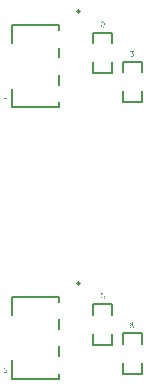
<source format=gbo>
G04*
G04 #@! TF.GenerationSoftware,Altium Limited,Altium Designer,21.3.2 (30)*
G04*
G04 Layer_Color=32896*
%FSTAX24Y24*%
%MOIN*%
G70*
G04*
G04 #@! TF.SameCoordinates,B3087990-D193-403A-B466-816C1580CACB*
G04*
G04*
G04 #@! TF.FilePolarity,Positive*
G04*
G01*
G75*
%ADD28C,0.0059*%
%ADD32C,0.0060*%
G36*
X052244Y03931D02*
X052242D01*
X052241Y03931D01*
X052239Y03931D01*
X052238Y039311D01*
X052236Y039311D01*
X052234Y039312D01*
X052234D01*
X052233Y039312D01*
X052232Y039312D01*
X052231Y039313D01*
X052228Y039314D01*
X052226Y039316D01*
X052223Y039317D01*
X05222Y039319D01*
X052217Y039322D01*
X052217D01*
X052217Y039322D01*
X052216Y039323D01*
X052214Y039325D01*
X052212Y039327D01*
X052209Y03933D01*
X052206Y039333D01*
X052202Y039338D01*
X052198Y039342D01*
X052198Y039342D01*
X052197Y039343D01*
X052196Y039344D01*
X052195Y039346D01*
X052194Y039347D01*
X052192Y039349D01*
X05219Y039351D01*
X052188Y039354D01*
X052184Y039358D01*
X05218Y039363D01*
X052178Y039365D01*
X052175Y039367D01*
X052173Y039369D01*
X052171Y03937D01*
X052171D01*
X052171Y03937D01*
X05217Y039371D01*
X05217Y039371D01*
X052168Y039372D01*
X052165Y039374D01*
X052162Y039375D01*
X052159Y039376D01*
X052156Y039377D01*
X052153Y039378D01*
X052152D01*
X052151Y039377D01*
X052149Y039377D01*
X052147Y039377D01*
X052145Y039376D01*
X052142Y039375D01*
X05214Y039373D01*
X052137Y039371D01*
X052137Y03937D01*
X052136Y03937D01*
X052135Y039368D01*
X052134Y039366D01*
X052133Y039364D01*
X052132Y039361D01*
X052131Y039357D01*
X052131Y039354D01*
Y039352D01*
X052131Y039352D01*
X052131Y03935D01*
X052132Y039347D01*
X052132Y039344D01*
X052134Y039341D01*
X052135Y039338D01*
X052137Y039335D01*
X052138Y039335D01*
X052139Y039334D01*
X05214Y039333D01*
X052142Y039332D01*
X052145Y039331D01*
X052148Y03933D01*
X052152Y039329D01*
X052156Y039329D01*
X052154Y039313D01*
X052154D01*
X052154Y039313D01*
X052153D01*
X052151Y039313D01*
X05215Y039314D01*
X052148Y039314D01*
X052146Y039315D01*
X052144Y039315D01*
X05214Y039317D01*
X052136Y039319D01*
X052133Y03932D01*
X052131Y039322D01*
X052129Y039323D01*
X052127Y039325D01*
X052127Y039325D01*
X052127Y039326D01*
X052127Y039326D01*
X052126Y039327D01*
X052125Y039328D01*
X052125Y039329D01*
X052124Y039331D01*
X052123Y039333D01*
X052122Y039335D01*
X052121Y039337D01*
X05212Y039339D01*
X052119Y039342D01*
X052119Y039345D01*
X052118Y039348D01*
X052118Y039351D01*
X052118Y039354D01*
Y039356D01*
X052118Y039357D01*
X052118Y039358D01*
X052119Y03936D01*
X052119Y039362D01*
X052119Y039364D01*
X052121Y039369D01*
X052122Y039374D01*
X052123Y039376D01*
X052125Y039378D01*
X052126Y039381D01*
X052128Y039383D01*
X052128Y039383D01*
X052129Y039383D01*
X052129Y039384D01*
X05213Y039384D01*
X052131Y039385D01*
X052132Y039386D01*
X052133Y039387D01*
X052135Y039388D01*
X052139Y03939D01*
X052143Y039392D01*
X052145Y039392D01*
X052148Y039393D01*
X05215Y039393D01*
X052153Y039393D01*
X052154D01*
X052156Y039393D01*
X052158Y039393D01*
X05216Y039393D01*
X052162Y039392D01*
X052165Y039391D01*
X052168Y03939D01*
X052168Y03939D01*
X052169Y03939D01*
X052171Y039389D01*
X052173Y039388D01*
X052175Y039386D01*
X052178Y039384D01*
X05218Y039382D01*
X052183Y03938D01*
X052184Y039379D01*
X052185Y039378D01*
X052186Y039378D01*
X052187Y039377D01*
X052188Y039376D01*
X052189Y039374D01*
X052191Y039373D01*
X052192Y039371D01*
X052194Y039369D01*
X052196Y039367D01*
X052198Y039364D01*
X0522Y039362D01*
X052203Y039359D01*
X052205Y039356D01*
X052206Y039356D01*
X052206Y039356D01*
X052206Y039355D01*
X052207Y039354D01*
X052208Y039353D01*
X052209Y039352D01*
X052212Y039349D01*
X052214Y039346D01*
X052217Y039343D01*
X05222Y03934D01*
X05222Y039339D01*
X052221Y039338D01*
X052222Y039338D01*
X052222Y039337D01*
X052223Y039337D01*
X052224Y039336D01*
X052225Y039335D01*
X052226Y039334D01*
X05223Y039331D01*
Y039394D01*
X052244D01*
Y03931D01*
D02*
G37*
G36*
X052206Y039298D02*
X052207Y039297D01*
X052208Y039297D01*
X05221Y039296D01*
X052212Y039296D01*
X052214Y039295D01*
X052216Y039294D01*
X052221Y039291D01*
X052226Y039288D01*
X052229Y039286D01*
X052232Y039284D01*
X052234Y039282D01*
X052236Y039279D01*
X052236Y039279D01*
X052236Y039279D01*
X052237Y039278D01*
X052238Y039277D01*
X052238Y039275D01*
X052239Y039274D01*
X05224Y039272D01*
X052241Y03927D01*
X052242Y039267D01*
X052243Y039265D01*
X052244Y039262D01*
X052245Y039259D01*
X052246Y039256D01*
X052246Y039253D01*
X052246Y039249D01*
X052247Y039246D01*
Y039244D01*
X052246Y039242D01*
Y039241D01*
X052246Y039239D01*
X052246Y039236D01*
X052246Y039234D01*
X052245Y039229D01*
X052243Y039223D01*
X052241Y039218D01*
X05224Y039215D01*
X052238Y039213D01*
X052238Y039212D01*
X052238Y039212D01*
X052238Y039211D01*
X052237Y039211D01*
X052236Y03921D01*
X052235Y039208D01*
X052234Y039207D01*
X052232Y039205D01*
X052231Y039204D01*
X052229Y039202D01*
X052225Y039199D01*
X05222Y039196D01*
X052214Y039193D01*
X052214D01*
X052214Y039193D01*
X052213Y039193D01*
X052212Y039192D01*
X05221Y039192D01*
X052208Y039191D01*
X052206Y03919D01*
X052204Y03919D01*
X052202Y039189D01*
X052199Y039189D01*
X052194Y039188D01*
X052187Y039187D01*
X052181Y039187D01*
X052179D01*
X052177Y039187D01*
X052175D01*
X052174Y039187D01*
X052171Y039187D01*
X052169Y039188D01*
X052164Y039188D01*
X052158Y03919D01*
X052152Y039192D01*
X052146Y039194D01*
X052146Y039194D01*
X052146Y039194D01*
X052145Y039195D01*
X052144Y039196D01*
X052143Y039196D01*
X052141Y039197D01*
X052138Y0392D01*
X052134Y039203D01*
X052131Y039206D01*
X052127Y03921D01*
X052124Y039215D01*
X052124Y039216D01*
X052124Y039216D01*
X052123Y039217D01*
X052123Y039218D01*
X052122Y039219D01*
X052122Y039221D01*
X052121Y039222D01*
X05212Y039224D01*
X052119Y039227D01*
X052119Y039229D01*
X052118Y039234D01*
X052117Y03924D01*
X052116Y039246D01*
Y039248D01*
X052117Y039249D01*
X052117Y039251D01*
X052117Y039253D01*
X052117Y039255D01*
X052118Y039257D01*
X052119Y039262D01*
X05212Y039267D01*
X052121Y03927D01*
X052123Y039273D01*
X052124Y039275D01*
X052126Y039278D01*
X052126Y039278D01*
X052126Y039278D01*
X052127Y039279D01*
X052128Y03928D01*
X052129Y039281D01*
X05213Y039282D01*
X052131Y039283D01*
X052133Y039285D01*
X052135Y039286D01*
X052137Y039288D01*
X052139Y039289D01*
X052141Y039291D01*
X052144Y039292D01*
X052147Y039294D01*
X05215Y039295D01*
X052153Y039296D01*
X052157Y039279D01*
X052157D01*
X052156Y039279D01*
X052156Y039279D01*
X052155Y039279D01*
X052154Y039278D01*
X052152Y039278D01*
X052149Y039276D01*
X052146Y039274D01*
X052143Y039272D01*
X05214Y039269D01*
X052137Y039267D01*
X052137Y039266D01*
X052136Y039265D01*
X052135Y039263D01*
X052134Y039261D01*
X052133Y039258D01*
X052131Y039254D01*
X052131Y03925D01*
X052131Y039246D01*
Y039244D01*
X052131Y039243D01*
Y039242D01*
X052131Y03924D01*
X052131Y039237D01*
X052132Y039233D01*
X052133Y039229D01*
X052135Y039225D01*
X052138Y039221D01*
Y039221D01*
X052138Y039221D01*
X052139Y03922D01*
X05214Y039218D01*
X052143Y039216D01*
X052145Y039214D01*
X052148Y039211D01*
X052152Y039209D01*
X052156Y039208D01*
X052157D01*
X052157Y039207D01*
X052157Y039207D01*
X052158Y039207D01*
X052159Y039207D01*
X052161Y039206D01*
X052164Y039206D01*
X052168Y039205D01*
X052172Y039204D01*
X052176Y039204D01*
X052181Y039204D01*
X052183D01*
X052185Y039204D01*
X052186D01*
X052188Y039204D01*
X05219Y039204D01*
X052194Y039205D01*
X052199Y039206D01*
X052204Y039207D01*
X052209Y039208D01*
X052209D01*
X052209Y039208D01*
X05221Y039209D01*
X052211Y039209D01*
X052213Y03921D01*
X052215Y039212D01*
X052218Y039214D01*
X052221Y039216D01*
X052224Y039219D01*
X052227Y039223D01*
Y039223D01*
X052227Y039223D01*
X052227Y039224D01*
X052228Y039225D01*
X052228Y039226D01*
X052228Y039227D01*
X05223Y039229D01*
X052231Y039232D01*
X052232Y039236D01*
X052232Y03924D01*
X052232Y039244D01*
Y039246D01*
X052232Y039247D01*
Y039248D01*
X052232Y039249D01*
X052231Y039253D01*
X05223Y039256D01*
X052229Y03926D01*
X052227Y039264D01*
X052226Y039266D01*
X052224Y039268D01*
X052224Y039268D01*
X052224Y039268D01*
X052224Y039269D01*
X052223Y03927D01*
X052222Y03927D01*
X052221Y039271D01*
X05222Y039272D01*
X052218Y039273D01*
X052217Y039274D01*
X052215Y039276D01*
X052213Y039277D01*
X052211Y039278D01*
X052209Y039279D01*
X052206Y03928D01*
X052203Y039281D01*
X0522Y039281D01*
X052205Y039298D01*
X052205D01*
X052206Y039298D01*
D02*
G37*
G36*
X053169Y038402D02*
X053199D01*
Y038387D01*
X053169D01*
Y038332D01*
X053155D01*
X053073Y03839D01*
Y038402D01*
X053155D01*
Y03842D01*
X053169D01*
Y038402D01*
D02*
G37*
G36*
X05316Y038323D02*
X053161Y038323D01*
X053163Y038322D01*
X053164Y038322D01*
X053166Y038321D01*
X053169Y03832D01*
X053171Y038319D01*
X053176Y038316D01*
X053181Y038313D01*
X053184Y038311D01*
X053186Y038309D01*
X053188Y038307D01*
X053191Y038304D01*
X053191Y038304D01*
X053191Y038304D01*
X053192Y038303D01*
X053192Y038302D01*
X053193Y0383D01*
X053194Y038299D01*
X053195Y038297D01*
X053196Y038295D01*
X053197Y038293D01*
X053198Y03829D01*
X053199Y038287D01*
X0532Y038284D01*
X0532Y038281D01*
X053201Y038278D01*
X053201Y038275D01*
X053201Y038271D01*
Y038269D01*
X053201Y038268D01*
Y038266D01*
X053201Y038264D01*
X053201Y038262D01*
X0532Y038259D01*
X053199Y038254D01*
X053198Y038248D01*
X053196Y038243D01*
X053195Y03824D01*
X053193Y038238D01*
X053193Y038238D01*
X053193Y038237D01*
X053192Y038237D01*
X053192Y038236D01*
X053191Y038235D01*
X05319Y038233D01*
X053188Y038232D01*
X053187Y038231D01*
X053185Y038229D01*
X053184Y038228D01*
X05318Y038224D01*
X053175Y038221D01*
X053169Y038218D01*
X053169D01*
X053168Y038218D01*
X053168Y038218D01*
X053166Y038217D01*
X053165Y038217D01*
X053163Y038216D01*
X053161Y038216D01*
X053159Y038215D01*
X053157Y038215D01*
X053154Y038214D01*
X053148Y038213D01*
X053142Y038212D01*
X053135Y038212D01*
X053133D01*
X053132Y038212D01*
X05313D01*
X053128Y038212D01*
X053126Y038212D01*
X053124Y038213D01*
X053118Y038214D01*
X053113Y038215D01*
X053107Y038217D01*
X053101Y038219D01*
X053101Y038219D01*
X0531Y03822D01*
X0531Y03822D01*
X053099Y038221D01*
X053097Y038221D01*
X053096Y038222D01*
X053093Y038225D01*
X053089Y038228D01*
X053085Y038231D01*
X053082Y038236D01*
X053079Y038241D01*
X053079Y038241D01*
X053078Y038241D01*
X053078Y038242D01*
X053077Y038243D01*
X053077Y038244D01*
X053076Y038246D01*
X053076Y038248D01*
X053075Y03825D01*
X053074Y038252D01*
X053073Y038254D01*
X053072Y038259D01*
X053071Y038265D01*
X053071Y038271D01*
Y038273D01*
X053071Y038274D01*
X053071Y038276D01*
X053072Y038278D01*
X053072Y03828D01*
X053072Y038282D01*
X053073Y038287D01*
X053075Y038293D01*
X053076Y038295D01*
X053077Y038298D01*
X053079Y0383D01*
X053081Y038303D01*
X053081Y038303D01*
X053081Y038304D01*
X053082Y038304D01*
X053083Y038305D01*
X053083Y038306D01*
X053085Y038307D01*
X053086Y038309D01*
X053088Y03831D01*
X053089Y038312D01*
X053092Y038313D01*
X053094Y038315D01*
X053096Y038316D01*
X053099Y038317D01*
X053102Y038319D01*
X053105Y03832D01*
X053108Y038321D01*
X053112Y038305D01*
X053111D01*
X053111Y038304D01*
X05311Y038304D01*
X053109Y038304D01*
X053108Y038303D01*
X053107Y038303D01*
X053104Y038301D01*
X053101Y0383D01*
X053097Y038297D01*
X053094Y038295D01*
X053092Y038292D01*
X053091Y038291D01*
X053091Y03829D01*
X05309Y038288D01*
X053088Y038286D01*
X053087Y038283D01*
X053086Y03828D01*
X053085Y038275D01*
X053085Y038271D01*
Y038269D01*
X053085Y038268D01*
Y038267D01*
X053086Y038266D01*
X053086Y038262D01*
X053087Y038258D01*
X053088Y038254D01*
X05309Y03825D01*
X053092Y038246D01*
Y038246D01*
X053093Y038246D01*
X053094Y038245D01*
X053095Y038243D01*
X053097Y038241D01*
X0531Y038239D01*
X053103Y038237D01*
X053107Y038235D01*
X053111Y038233D01*
X053111D01*
X053112Y038233D01*
X053112Y038232D01*
X053113Y038232D01*
X053114Y038232D01*
X053115Y038231D01*
X053119Y038231D01*
X053122Y03823D01*
X053126Y038229D01*
X053131Y038229D01*
X053135Y038229D01*
X053138D01*
X053139Y038229D01*
X053141D01*
X053143Y038229D01*
X053145Y038229D01*
X053149Y03823D01*
X053154Y038231D01*
X053159Y038232D01*
X053163Y038233D01*
X053164D01*
X053164Y038234D01*
X053164Y038234D01*
X053165Y038234D01*
X053168Y038235D01*
X05317Y038237D01*
X053173Y038239D01*
X053176Y038242D01*
X053179Y038245D01*
X053181Y038248D01*
Y038248D01*
X053182Y038249D01*
X053182Y038249D01*
X053182Y03825D01*
X053183Y038251D01*
X053183Y038252D01*
X053184Y038254D01*
X053185Y038258D01*
X053186Y038261D01*
X053187Y038265D01*
X053187Y03827D01*
Y038271D01*
X053187Y038272D01*
Y038273D01*
X053187Y038274D01*
X053186Y038278D01*
X053185Y038282D01*
X053184Y038285D01*
X053182Y038289D01*
X053181Y038291D01*
X053179Y038293D01*
X053179Y038293D01*
X053179Y038294D01*
X053178Y038294D01*
X053178Y038295D01*
X053177Y038296D01*
X053176Y038296D01*
X053175Y038298D01*
X053173Y038298D01*
X053172Y0383D01*
X05317Y038301D01*
X053168Y038302D01*
X053166Y038303D01*
X053163Y038304D01*
X053161Y038305D01*
X053158Y038306D01*
X053155Y038306D01*
X053159Y038323D01*
X05316D01*
X05316Y038323D01*
D02*
G37*
G36*
X048986Y036893D02*
X048887D01*
X048888Y036893D01*
X048888Y036892D01*
X048889Y036891D01*
X048891Y03689D01*
X048892Y036888D01*
X048894Y036885D01*
X048896Y036882D01*
X048898Y036879D01*
Y036879D01*
X048898Y036878D01*
X048899Y036877D01*
X0489Y036875D01*
X048901Y036873D01*
X048902Y036871D01*
X048904Y036868D01*
X048905Y036865D01*
X048906Y036863D01*
X048891D01*
Y036863D01*
X048891Y036863D01*
X04889Y036864D01*
X04889Y036865D01*
X048889Y036866D01*
X048889Y036867D01*
X048887Y03687D01*
X048885Y036874D01*
X048882Y036877D01*
X048879Y036881D01*
X048876Y036885D01*
X048876Y036885D01*
X048876Y036885D01*
X048875Y036886D01*
X048875Y036887D01*
X048873Y036888D01*
X048871Y036891D01*
X048868Y036893D01*
X048865Y036895D01*
X048862Y036897D01*
X048859Y036899D01*
Y036909D01*
X048986D01*
Y036893D01*
D02*
G37*
G36*
X048937Y036829D02*
X048939D01*
X048941Y036829D01*
X048944Y036829D01*
X048948Y036828D01*
X048954Y036827D01*
X048958Y036826D01*
X048961Y036826D01*
X048963Y036825D01*
X048963D01*
X048964Y036825D01*
X048964Y036824D01*
X048965Y036824D01*
X048967Y036823D01*
X048969Y036821D01*
X048972Y036819D01*
X048975Y036817D01*
X048978Y036813D01*
X048981Y036809D01*
Y036809D01*
X048981Y036809D01*
X048982Y036808D01*
X048982Y036807D01*
X048983Y036806D01*
X048983Y036805D01*
X048984Y036803D01*
X048985Y036801D01*
X048985Y036799D01*
X048986Y036797D01*
X048986Y036795D01*
X048987Y036792D01*
X048987Y036789D01*
X048988Y036786D01*
X048988Y03678D01*
Y036778D01*
X048988Y036777D01*
Y036776D01*
X048988Y036774D01*
X048987Y036772D01*
X048987Y03677D01*
X048987Y036765D01*
X048985Y03676D01*
X048984Y036756D01*
X048982Y036751D01*
Y036751D01*
X048982Y03675D01*
X048981Y03675D01*
X048981Y036749D01*
X048979Y036747D01*
X048977Y036745D01*
X048975Y036742D01*
X048972Y03674D01*
X048968Y036737D01*
X048964Y036735D01*
X048964D01*
X048964Y036735D01*
X048963Y036735D01*
X048962Y036734D01*
X048961Y036734D01*
X04896Y036734D01*
X048958Y036733D01*
X048956Y036733D01*
X048954Y036732D01*
X048951Y036732D01*
X048949Y036731D01*
X048946Y036731D01*
X048943Y036731D01*
X04894Y03673D01*
X048936Y03673D01*
X04886D01*
Y036747D01*
X048935D01*
X048937Y036747D01*
X048938D01*
X048942Y036747D01*
X048946Y036748D01*
X04895Y036748D01*
X048954Y036749D01*
X048955Y036749D01*
X048957Y03675D01*
X048957Y03675D01*
X048958Y03675D01*
X048959Y036751D01*
X048961Y036752D01*
X048963Y036754D01*
X048965Y036756D01*
X048967Y036758D01*
X048969Y03676D01*
X048969Y036761D01*
X048969Y036762D01*
X04897Y036763D01*
X048971Y036765D01*
X048972Y036768D01*
X048972Y036771D01*
X048973Y036775D01*
X048973Y036778D01*
Y03678D01*
X048973Y036781D01*
Y036783D01*
X048973Y036785D01*
X048972Y036789D01*
X048971Y036793D01*
X048969Y036797D01*
X048967Y036801D01*
X048966Y036803D01*
X048965Y036805D01*
X048964Y036805D01*
X048964Y036805D01*
X048964Y036805D01*
X048963Y036806D01*
X048962Y036807D01*
X048961Y036807D01*
X048959Y036808D01*
X048958Y036809D01*
X048956Y036809D01*
X048953Y03681D01*
X04895Y036811D01*
X048948Y036811D01*
X048944Y036812D01*
X048941Y036812D01*
X048937Y036813D01*
X04886D01*
Y036829D01*
X048936D01*
X048937Y036829D01*
D02*
G37*
G36*
X052244Y030255D02*
X052242D01*
X052241Y030255D01*
X052239Y030255D01*
X052238Y030256D01*
X052236Y030256D01*
X052234Y030257D01*
X052234D01*
X052233Y030257D01*
X052232Y030257D01*
X052231Y030258D01*
X052228Y030259D01*
X052226Y030261D01*
X052223Y030262D01*
X05222Y030264D01*
X052217Y030267D01*
X052217D01*
X052217Y030267D01*
X052216Y030268D01*
X052214Y03027D01*
X052212Y030272D01*
X052209Y030275D01*
X052206Y030278D01*
X052202Y030283D01*
X052198Y030287D01*
X052198Y030287D01*
X052197Y030288D01*
X052196Y030289D01*
X052195Y03029D01*
X052194Y030292D01*
X052192Y030294D01*
X05219Y030296D01*
X052188Y030298D01*
X052184Y030303D01*
X05218Y030307D01*
X052178Y03031D01*
X052175Y030312D01*
X052173Y030313D01*
X052171Y030315D01*
X052171D01*
X052171Y030315D01*
X05217Y030316D01*
X05217Y030316D01*
X052168Y030317D01*
X052165Y030319D01*
X052162Y03032D01*
X052159Y030321D01*
X052156Y030322D01*
X052153Y030322D01*
X052152D01*
X052151Y030322D01*
X052149Y030322D01*
X052147Y030322D01*
X052145Y030321D01*
X052142Y03032D01*
X05214Y030318D01*
X052137Y030316D01*
X052137Y030315D01*
X052136Y030314D01*
X052135Y030313D01*
X052134Y030311D01*
X052133Y030309D01*
X052132Y030306D01*
X052131Y030302D01*
X052131Y030298D01*
Y030297D01*
X052131Y030297D01*
X052131Y030294D01*
X052132Y030292D01*
X052132Y030289D01*
X052134Y030286D01*
X052135Y030283D01*
X052137Y03028D01*
X052138Y03028D01*
X052139Y030279D01*
X05214Y030278D01*
X052142Y030277D01*
X052145Y030276D01*
X052148Y030275D01*
X052152Y030274D01*
X052156Y030274D01*
X052154Y030258D01*
X052154D01*
X052154Y030258D01*
X052153D01*
X052151Y030258D01*
X05215Y030259D01*
X052148Y030259D01*
X052146Y030259D01*
X052144Y03026D01*
X05214Y030261D01*
X052136Y030264D01*
X052133Y030265D01*
X052131Y030267D01*
X052129Y030268D01*
X052127Y03027D01*
X052127Y03027D01*
X052127Y030271D01*
X052127Y030271D01*
X052126Y030272D01*
X052125Y030273D01*
X052125Y030274D01*
X052124Y030276D01*
X052123Y030278D01*
X052122Y03028D01*
X052121Y030282D01*
X05212Y030284D01*
X052119Y030287D01*
X052119Y030289D01*
X052118Y030292D01*
X052118Y030295D01*
X052118Y030299D01*
Y030301D01*
X052118Y030302D01*
X052118Y030303D01*
X052119Y030305D01*
X052119Y030307D01*
X052119Y030309D01*
X052121Y030314D01*
X052122Y030319D01*
X052123Y030321D01*
X052125Y030323D01*
X052126Y030326D01*
X052128Y030328D01*
X052128Y030328D01*
X052129Y030328D01*
X052129Y030328D01*
X05213Y030329D01*
X052131Y03033D01*
X052132Y030331D01*
X052133Y030332D01*
X052135Y030333D01*
X052139Y030335D01*
X052143Y030337D01*
X052145Y030337D01*
X052148Y030338D01*
X05215Y030338D01*
X052153Y030338D01*
X052154D01*
X052156Y030338D01*
X052158Y030338D01*
X05216Y030338D01*
X052162Y030337D01*
X052165Y030336D01*
X052168Y030335D01*
X052168Y030335D01*
X052169Y030334D01*
X052171Y030334D01*
X052173Y030333D01*
X052175Y030331D01*
X052178Y030329D01*
X05218Y030327D01*
X052183Y030325D01*
X052184Y030324D01*
X052185Y030323D01*
X052186Y030322D01*
X052187Y030322D01*
X052188Y03032D01*
X052189Y030319D01*
X052191Y030317D01*
X052192Y030316D01*
X052194Y030314D01*
X052196Y030312D01*
X052198Y030309D01*
X0522Y030307D01*
X052203Y030304D01*
X052205Y030301D01*
X052206Y030301D01*
X052206Y0303D01*
X052206Y0303D01*
X052207Y030299D01*
X052208Y030298D01*
X052209Y030296D01*
X052212Y030293D01*
X052214Y03029D01*
X052217Y030287D01*
X05222Y030285D01*
X05222Y030284D01*
X052221Y030283D01*
X052222Y030283D01*
X052222Y030282D01*
X052223Y030281D01*
X052224Y030281D01*
X052225Y03028D01*
X052226Y030279D01*
X05223Y030276D01*
Y030338D01*
X052244D01*
Y030255D01*
D02*
G37*
G36*
X052206Y030243D02*
X052207Y030242D01*
X052208Y030242D01*
X05221Y030241D01*
X052212Y030241D01*
X052214Y03024D01*
X052216Y030239D01*
X052221Y030236D01*
X052226Y030233D01*
X052229Y030231D01*
X052232Y030229D01*
X052234Y030227D01*
X052236Y030224D01*
X052236Y030224D01*
X052236Y030223D01*
X052237Y030222D01*
X052238Y030222D01*
X052238Y03022D01*
X052239Y030219D01*
X05224Y030217D01*
X052241Y030215D01*
X052242Y030212D01*
X052243Y03021D01*
X052244Y030207D01*
X052245Y030204D01*
X052246Y030201D01*
X052246Y030198D01*
X052246Y030194D01*
X052247Y030191D01*
Y030189D01*
X052246Y030187D01*
Y030186D01*
X052246Y030184D01*
X052246Y030181D01*
X052246Y030179D01*
X052245Y030174D01*
X052243Y030168D01*
X052241Y030163D01*
X05224Y03016D01*
X052238Y030158D01*
X052238Y030157D01*
X052238Y030157D01*
X052238Y030156D01*
X052237Y030156D01*
X052236Y030154D01*
X052235Y030153D01*
X052234Y030152D01*
X052232Y03015D01*
X052231Y030149D01*
X052229Y030147D01*
X052225Y030144D01*
X05222Y030141D01*
X052214Y030138D01*
X052214D01*
X052214Y030138D01*
X052213Y030138D01*
X052212Y030137D01*
X05221Y030137D01*
X052208Y030136D01*
X052206Y030135D01*
X052204Y030135D01*
X052202Y030134D01*
X052199Y030134D01*
X052194Y030133D01*
X052187Y030132D01*
X052181Y030131D01*
X052179D01*
X052177Y030132D01*
X052175D01*
X052174Y030132D01*
X052171Y030132D01*
X052169Y030132D01*
X052164Y030133D01*
X052158Y030135D01*
X052152Y030136D01*
X052146Y030139D01*
X052146Y030139D01*
X052146Y030139D01*
X052145Y03014D01*
X052144Y03014D01*
X052143Y030141D01*
X052141Y030142D01*
X052138Y030144D01*
X052134Y030148D01*
X052131Y030151D01*
X052127Y030155D01*
X052124Y03016D01*
X052124Y03016D01*
X052124Y030161D01*
X052123Y030162D01*
X052123Y030163D01*
X052122Y030164D01*
X052122Y030166D01*
X052121Y030167D01*
X05212Y030169D01*
X052119Y030172D01*
X052119Y030174D01*
X052118Y030179D01*
X052117Y030185D01*
X052116Y030191D01*
Y030193D01*
X052117Y030194D01*
X052117Y030196D01*
X052117Y030198D01*
X052117Y0302D01*
X052118Y030202D01*
X052119Y030207D01*
X05212Y030212D01*
X052121Y030215D01*
X052123Y030218D01*
X052124Y03022D01*
X052126Y030223D01*
X052126Y030223D01*
X052126Y030223D01*
X052127Y030224D01*
X052128Y030225D01*
X052129Y030226D01*
X05213Y030227D01*
X052131Y030228D01*
X052133Y03023D01*
X052135Y030231D01*
X052137Y030233D01*
X052139Y030234D01*
X052141Y030236D01*
X052144Y030237D01*
X052147Y030239D01*
X05215Y03024D01*
X052153Y030241D01*
X052157Y030224D01*
X052157D01*
X052156Y030224D01*
X052156Y030224D01*
X052155Y030223D01*
X052154Y030223D01*
X052152Y030222D01*
X052149Y030221D01*
X052146Y030219D01*
X052143Y030217D01*
X05214Y030214D01*
X052137Y030211D01*
X052137Y030211D01*
X052136Y03021D01*
X052135Y030208D01*
X052134Y030206D01*
X052133Y030203D01*
X052131Y030199D01*
X052131Y030195D01*
X052131Y03019D01*
Y030189D01*
X052131Y030188D01*
Y030187D01*
X052131Y030185D01*
X052131Y030182D01*
X052132Y030178D01*
X052133Y030174D01*
X052135Y03017D01*
X052138Y030166D01*
Y030166D01*
X052138Y030166D01*
X052139Y030164D01*
X05214Y030163D01*
X052143Y030161D01*
X052145Y030158D01*
X052148Y030156D01*
X052152Y030154D01*
X052156Y030152D01*
X052157D01*
X052157Y030152D01*
X052157Y030152D01*
X052158Y030152D01*
X052159Y030152D01*
X052161Y030151D01*
X052164Y030151D01*
X052168Y03015D01*
X052172Y030149D01*
X052176Y030149D01*
X052181Y030149D01*
X052183D01*
X052185Y030149D01*
X052186D01*
X052188Y030149D01*
X05219Y030149D01*
X052194Y03015D01*
X052199Y030151D01*
X052204Y030152D01*
X052209Y030153D01*
X052209D01*
X052209Y030153D01*
X05221Y030154D01*
X052211Y030154D01*
X052213Y030155D01*
X052215Y030157D01*
X052218Y030159D01*
X052221Y030161D01*
X052224Y030164D01*
X052227Y030168D01*
Y030168D01*
X052227Y030168D01*
X052227Y030169D01*
X052228Y03017D01*
X052228Y03017D01*
X052228Y030172D01*
X05223Y030174D01*
X052231Y030177D01*
X052232Y030181D01*
X052232Y030185D01*
X052232Y030189D01*
Y03019D01*
X052232Y030192D01*
Y030193D01*
X052232Y030194D01*
X052231Y030197D01*
X05223Y030201D01*
X052229Y030205D01*
X052227Y030209D01*
X052226Y030211D01*
X052224Y030213D01*
X052224Y030213D01*
X052224Y030213D01*
X052224Y030214D01*
X052223Y030214D01*
X052222Y030215D01*
X052221Y030216D01*
X05222Y030217D01*
X052218Y030218D01*
X052217Y030219D01*
X052215Y03022D01*
X052213Y030222D01*
X052211Y030223D01*
X052209Y030224D01*
X052206Y030224D01*
X052203Y030225D01*
X0522Y030226D01*
X052205Y030243D01*
X052205D01*
X052206Y030243D01*
D02*
G37*
G36*
X053169Y029347D02*
X053199D01*
Y029332D01*
X053169D01*
Y029277D01*
X053155D01*
X053073Y029335D01*
Y029347D01*
X053155D01*
Y029364D01*
X053169D01*
Y029347D01*
D02*
G37*
G36*
X05316Y029268D02*
X053161Y029268D01*
X053163Y029267D01*
X053164Y029266D01*
X053166Y029266D01*
X053169Y029265D01*
X053171Y029264D01*
X053176Y029261D01*
X053181Y029258D01*
X053184Y029256D01*
X053186Y029254D01*
X053188Y029252D01*
X053191Y029249D01*
X053191Y029249D01*
X053191Y029249D01*
X053192Y029248D01*
X053192Y029247D01*
X053193Y029245D01*
X053194Y029244D01*
X053195Y029242D01*
X053196Y02924D01*
X053197Y029238D01*
X053198Y029235D01*
X053199Y029232D01*
X0532Y029229D01*
X0532Y029226D01*
X053201Y029223D01*
X053201Y02922D01*
X053201Y029216D01*
Y029214D01*
X053201Y029212D01*
Y029211D01*
X053201Y029209D01*
X053201Y029207D01*
X0532Y029204D01*
X053199Y029199D01*
X053198Y029193D01*
X053196Y029188D01*
X053195Y029185D01*
X053193Y029183D01*
X053193Y029183D01*
X053193Y029182D01*
X053192Y029181D01*
X053192Y029181D01*
X053191Y02918D01*
X05319Y029178D01*
X053188Y029177D01*
X053187Y029175D01*
X053185Y029174D01*
X053184Y029172D01*
X05318Y029169D01*
X053175Y029166D01*
X053169Y029163D01*
X053169D01*
X053168Y029163D01*
X053168Y029163D01*
X053166Y029162D01*
X053165Y029162D01*
X053163Y029161D01*
X053161Y029161D01*
X053159Y02916D01*
X053157Y029159D01*
X053154Y029159D01*
X053148Y029158D01*
X053142Y029157D01*
X053135Y029157D01*
X053133D01*
X053132Y029157D01*
X05313D01*
X053128Y029157D01*
X053126Y029157D01*
X053124Y029158D01*
X053118Y029159D01*
X053113Y02916D01*
X053107Y029162D01*
X053101Y029164D01*
X053101Y029164D01*
X0531Y029165D01*
X0531Y029165D01*
X053099Y029166D01*
X053097Y029166D01*
X053096Y029167D01*
X053093Y02917D01*
X053089Y029173D01*
X053085Y029176D01*
X053082Y029181D01*
X053079Y029185D01*
X053079Y029186D01*
X053078Y029186D01*
X053078Y029187D01*
X053077Y029188D01*
X053077Y029189D01*
X053076Y029191D01*
X053076Y029193D01*
X053075Y029195D01*
X053074Y029197D01*
X053073Y029199D01*
X053072Y029204D01*
X053071Y02921D01*
X053071Y029216D01*
Y029218D01*
X053071Y029219D01*
X053071Y029221D01*
X053072Y029223D01*
X053072Y029225D01*
X053072Y029227D01*
X053073Y029232D01*
X053075Y029238D01*
X053076Y02924D01*
X053077Y029243D01*
X053079Y029245D01*
X053081Y029248D01*
X053081Y029248D01*
X053081Y029248D01*
X053082Y029249D01*
X053083Y02925D01*
X053083Y029251D01*
X053085Y029252D01*
X053086Y029254D01*
X053088Y029255D01*
X053089Y029256D01*
X053092Y029258D01*
X053094Y02926D01*
X053096Y029261D01*
X053099Y029262D01*
X053102Y029264D01*
X053105Y029265D01*
X053108Y029266D01*
X053112Y02925D01*
X053111D01*
X053111Y029249D01*
X05311Y029249D01*
X053109Y029249D01*
X053108Y029248D01*
X053107Y029248D01*
X053104Y029246D01*
X053101Y029244D01*
X053097Y029242D01*
X053094Y02924D01*
X053092Y029237D01*
X053091Y029236D01*
X053091Y029235D01*
X05309Y029233D01*
X053088Y029231D01*
X053087Y029228D01*
X053086Y029224D01*
X053085Y02922D01*
X053085Y029216D01*
Y029214D01*
X053085Y029213D01*
Y029212D01*
X053086Y029211D01*
X053086Y029207D01*
X053087Y029203D01*
X053088Y029199D01*
X05309Y029195D01*
X053092Y029191D01*
Y029191D01*
X053093Y029191D01*
X053094Y02919D01*
X053095Y029188D01*
X053097Y029186D01*
X0531Y029184D01*
X053103Y029181D01*
X053107Y029179D01*
X053111Y029178D01*
X053111D01*
X053112Y029177D01*
X053112Y029177D01*
X053113Y029177D01*
X053114Y029177D01*
X053115Y029176D01*
X053119Y029176D01*
X053122Y029175D01*
X053126Y029174D01*
X053131Y029174D01*
X053135Y029174D01*
X053138D01*
X053139Y029174D01*
X053141D01*
X053143Y029174D01*
X053145Y029174D01*
X053149Y029175D01*
X053154Y029176D01*
X053159Y029177D01*
X053163Y029178D01*
X053164D01*
X053164Y029179D01*
X053164Y029179D01*
X053165Y029179D01*
X053168Y02918D01*
X05317Y029182D01*
X053173Y029184D01*
X053176Y029187D01*
X053179Y029189D01*
X053181Y029193D01*
Y029193D01*
X053182Y029193D01*
X053182Y029194D01*
X053182Y029195D01*
X053183Y029196D01*
X053183Y029197D01*
X053184Y029199D01*
X053185Y029203D01*
X053186Y029206D01*
X053187Y02921D01*
X053187Y029214D01*
Y029216D01*
X053187Y029217D01*
Y029218D01*
X053187Y029219D01*
X053186Y029223D01*
X053185Y029226D01*
X053184Y02923D01*
X053182Y029234D01*
X053181Y029236D01*
X053179Y029238D01*
X053179Y029238D01*
X053179Y029238D01*
X053178Y029239D01*
X053178Y02924D01*
X053177Y02924D01*
X053176Y029241D01*
X053175Y029242D01*
X053173Y029243D01*
X053172Y029244D01*
X05317Y029246D01*
X053168Y029247D01*
X053166Y029248D01*
X053163Y029249D01*
X053161Y02925D01*
X053158Y029251D01*
X053155Y029251D01*
X053159Y029268D01*
X05316D01*
X05316Y029268D01*
D02*
G37*
G36*
X048986Y027838D02*
X048887D01*
X048888Y027838D01*
X048888Y027837D01*
X048889Y027836D01*
X048891Y027834D01*
X048892Y027832D01*
X048894Y02783D01*
X048896Y027827D01*
X048898Y027824D01*
Y027823D01*
X048898Y027823D01*
X048899Y027822D01*
X0489Y02782D01*
X048901Y027818D01*
X048902Y027816D01*
X048904Y027813D01*
X048905Y02781D01*
X048906Y027807D01*
X048891D01*
Y027808D01*
X048891Y027808D01*
X04889Y027809D01*
X04889Y02781D01*
X048889Y027811D01*
X048889Y027812D01*
X048887Y027815D01*
X048885Y027819D01*
X048882Y027822D01*
X048879Y027826D01*
X048876Y02783D01*
X048876Y02783D01*
X048876Y02783D01*
X048875Y027831D01*
X048875Y027832D01*
X048873Y027833D01*
X048871Y027835D01*
X048868Y027838D01*
X048865Y02784D01*
X048862Y027842D01*
X048859Y027844D01*
Y027854D01*
X048986D01*
Y027838D01*
D02*
G37*
G36*
X048937Y027774D02*
X048939D01*
X048941Y027774D01*
X048944Y027774D01*
X048948Y027773D01*
X048954Y027772D01*
X048958Y027771D01*
X048961Y027771D01*
X048963Y02777D01*
X048963D01*
X048964Y02777D01*
X048964Y027769D01*
X048965Y027769D01*
X048967Y027768D01*
X048969Y027766D01*
X048972Y027764D01*
X048975Y027761D01*
X048978Y027758D01*
X048981Y027754D01*
Y027754D01*
X048981Y027754D01*
X048982Y027753D01*
X048982Y027752D01*
X048983Y027751D01*
X048983Y02775D01*
X048984Y027748D01*
X048985Y027746D01*
X048985Y027744D01*
X048986Y027742D01*
X048986Y02774D01*
X048987Y027737D01*
X048987Y027734D01*
X048988Y027731D01*
X048988Y027725D01*
Y027723D01*
X048988Y027722D01*
Y02772D01*
X048988Y027719D01*
X048987Y027717D01*
X048987Y027715D01*
X048987Y02771D01*
X048985Y027705D01*
X048984Y0277D01*
X048982Y027696D01*
Y027696D01*
X048982Y027695D01*
X048981Y027695D01*
X048981Y027694D01*
X048979Y027692D01*
X048977Y02769D01*
X048975Y027687D01*
X048972Y027684D01*
X048968Y027682D01*
X048964Y02768D01*
X048964D01*
X048964Y02768D01*
X048963Y02768D01*
X048962Y027679D01*
X048961Y027679D01*
X04896Y027678D01*
X048958Y027678D01*
X048956Y027678D01*
X048954Y027677D01*
X048951Y027677D01*
X048949Y027676D01*
X048946Y027676D01*
X048943Y027675D01*
X04894Y027675D01*
X048936Y027675D01*
X04886D01*
Y027692D01*
X048935D01*
X048937Y027692D01*
X048938D01*
X048942Y027692D01*
X048946Y027693D01*
X04895Y027693D01*
X048954Y027694D01*
X048955Y027694D01*
X048957Y027695D01*
X048957Y027695D01*
X048958Y027695D01*
X048959Y027696D01*
X048961Y027697D01*
X048963Y027699D01*
X048965Y0277D01*
X048967Y027703D01*
X048969Y027705D01*
X048969Y027706D01*
X048969Y027706D01*
X04897Y027708D01*
X048971Y02771D01*
X048972Y027713D01*
X048972Y027716D01*
X048973Y02772D01*
X048973Y027723D01*
Y027725D01*
X048973Y027726D01*
Y027728D01*
X048973Y02773D01*
X048972Y027734D01*
X048971Y027738D01*
X048969Y027742D01*
X048967Y027746D01*
X048966Y027748D01*
X048965Y02775D01*
X048964Y02775D01*
X048964Y02775D01*
X048964Y02775D01*
X048963Y027751D01*
X048962Y027751D01*
X048961Y027752D01*
X048959Y027753D01*
X048958Y027754D01*
X048956Y027754D01*
X048953Y027755D01*
X04895Y027756D01*
X048948Y027756D01*
X048944Y027757D01*
X048941Y027757D01*
X048937Y027757D01*
X04886D01*
Y027774D01*
X048936D01*
X048937Y027774D01*
D02*
G37*
%LPC*%
G36*
X053155Y038387D02*
X053098D01*
X053155Y038347D01*
Y038387D01*
D02*
G37*
G36*
Y029332D02*
X053098D01*
X053155Y029292D01*
Y029332D01*
D02*
G37*
%LPD*%
D28*
X052491Y028617D02*
X051853D01*
X052491Y029963D02*
X051853D01*
X052491Y029605D02*
Y029963D01*
X051853Y029605D02*
Y029963D01*
Y028617D02*
Y028975D01*
X052491Y028617D02*
Y028975D01*
X053485Y027652D02*
X052847D01*
X053485Y028999D02*
X052847D01*
X053485Y02864D02*
Y028999D01*
X052847Y02864D02*
Y028999D01*
Y027652D02*
Y028011D01*
X053485Y027652D02*
Y028011D01*
X052491Y037672D02*
X051853D01*
X052491Y039018D02*
X051853D01*
X052491Y03866D02*
Y039018D01*
X051853Y03866D02*
Y039018D01*
Y037672D02*
Y03803D01*
X052491Y037672D02*
Y03803D01*
X053485Y036707D02*
X052847D01*
X053485Y038054D02*
X052847D01*
X053485Y037696D02*
Y038054D01*
X052847Y037696D02*
Y038054D01*
Y036707D02*
Y037066D01*
X053485Y036707D02*
Y037066D01*
D32*
X051363Y030717D02*
G03*
X051363Y030717I0J-00005D01*
G01*
X050708Y030041D02*
Y030217D01*
Y027477D02*
X049148D01*
Y028093D01*
X050708Y030217D02*
X049148D01*
X050708Y029136D02*
Y029463D01*
Y028231D02*
Y028558D01*
Y027477D02*
Y027653D01*
X049148Y029601D02*
Y030217D01*
X051363Y039772D02*
G03*
X051363Y039772I0J-00005D01*
G01*
X050708Y039096D02*
Y039272D01*
Y036532D02*
X049148D01*
Y037149D01*
X050708Y039272D02*
X049148D01*
X050708Y038191D02*
Y038519D01*
Y037286D02*
Y037614D01*
Y036532D02*
Y036709D01*
X049148Y038656D02*
Y039272D01*
M02*

</source>
